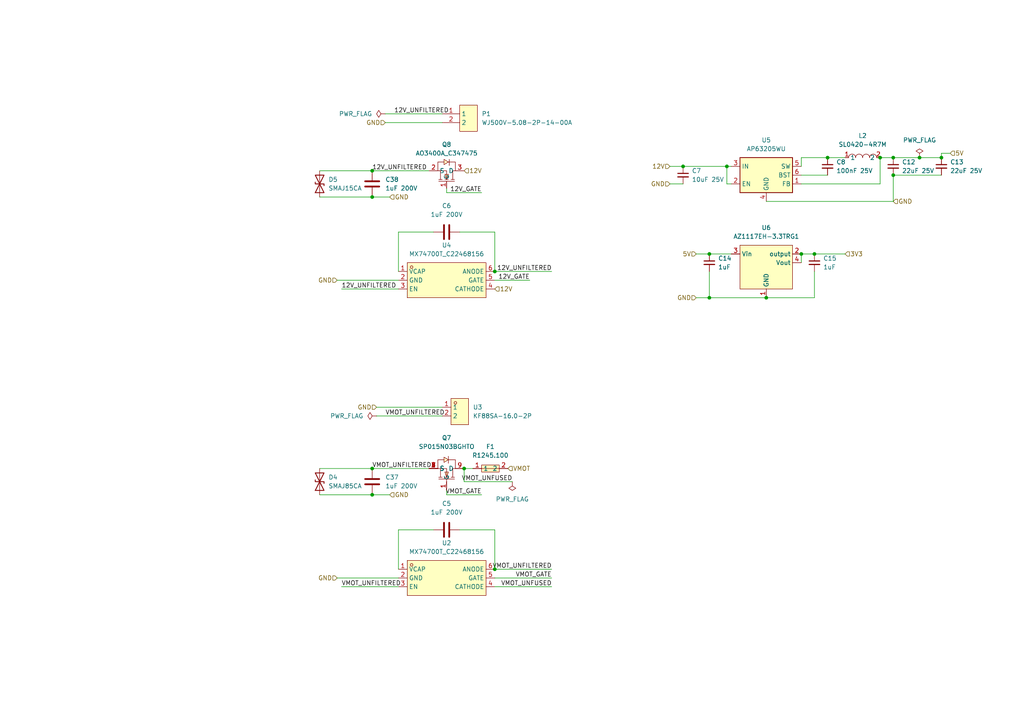
<source format=kicad_sch>
(kicad_sch (version 20250114) (generator "eeschema") (generator_version "9.0")
  (paper "A4")
  (lib_symbols
    (symbol "symbols:AO3400A_C347475"
      (property "Reference" "Q" (at 0 10.16 0))
      (property "Value" "AO3400A_C347475" (at 0 -10.16 0))
      (symbol "AO3400A_C347475_0_1"
        (polyline (pts (xy -3.05 2.29) (xy -3.05 -2.29)))
        (polyline (pts (xy -2.54 2.29) (xy -2.54 1.27)))
        (polyline (pts (xy -2.54 1.78) (xy 0 1.78) (xy 0 2.54) (xy 2.54 2.54) (xy 2.54 0.51)))
        (polyline (pts (xy -2.54 0) (xy -1.02 -0.51) (xy -1.02 0.51) (xy -2.54 0)) (fill (type background)))
        (polyline (pts (xy -2.54 0) (xy 0 0) (xy 0 -2.54) (xy 2.54 -2.54) (xy 2.54 -0.76)))
        (polyline (pts (xy -2.54 -0.51) (xy -2.54 0.51)))
        (polyline (pts (xy -2.54 -2.29) (xy -2.54 -1.27)))
        (polyline (pts (xy 0 -1.78) (xy -2.54 -1.78)))
        (polyline (pts (xy 1.52 0.76) (xy 3.3 0.76)))
        (polyline (pts (xy 2.54 0.51) (xy 1.78 -0.76) (xy 3.3 -0.76) (xy 2.54 0.51)) (fill (type background)))
      )
      (symbol "AO3400A_C347475_1_1"
        (pin input line (at -5.08 0 0) (length 2.032) (name "G") (number "1"))
        (pin passive line (at 0 5.08 270) (length 2.54) (name "D") (number "3"))
        (pin passive line (at 0 -5.08 90) (length 2.54) (name "S") (number "2"))
      )
    )
    (symbol "symbols:AP63205WU"
      (property "Reference" "U" (at -7.62 6.35 0))
      (property "Value" "AP63205WU" (at 2.54 6.35 0))
      (symbol "AP63205WU_0_1"
        (rectangle (start -7.62 5.08) (end 7.62 -5.08) (stroke (width 0.254)) (fill (type background)))
      )
      (symbol "AP63205WU_1_1"
        (pin power_in line (at -10.16 2.54 0) (length 2.54) (name "IN") (number "3"))
        (pin input line (at -10.16 -2.54 0) (length 2.54) (name "EN") (number "2"))
        (pin power_in line (at 0 -7.62 90) (length 2.54) (name "GND") (number "4"))
        (pin output line (at 10.16 2.54 180) (length 2.54) (name "SW") (number "5"))
        (pin passive line (at 10.16 0 180) (length 2.54) (name "BST") (number "6"))
        (pin input line (at 10.16 -2.54 180) (length 2.54) (name "FB") (number "1"))
      )
    )
    (symbol "symbols:AZ1117EH-3.3TRG1"
      (property "Reference" "U" (at 0 10.16 0))
      (property "Value" "AZ1117EH-3.3TRG1" (at 0 -12.7 0))
      (symbol "AZ1117EH-3.3TRG1_0_1"
        (rectangle (start -7.62 7.62) (end 7.62 -5.08) (fill (type background)))
        (pin power_in line (at -10.16 5.08 0) (length 2.54) (name "Vin") (number "3"))
      )
      (symbol "AZ1117EH-3.3TRG1_1_1"
        (pin power_in line (at 0 -7.62 90) (length 2.54) (name "GND") (number "1"))
        (pin passive line (at 10.16 5.08 180) (length 2.54) (name "output") (number "2"))
        (pin power_out line (at 10.16 2.54 180) (length 2.54) (name "Vout") (number "4"))
      )
    )
    (symbol "symbols:C" (pin_numbers (hide yes)) (pin_names (offset 0.254))
      (property "Reference" "C" (at 0.635 2.54 0))
      (property "Value" "C" (at 0.635 -2.54 0))
      (symbol "C_0_1"
        (polyline (pts (xy -2.032 0.762) (xy 2.032 0.762)) (stroke (width 0.508)))
        (polyline (pts (xy -2.032 -0.762) (xy 2.032 -0.762)) (stroke (width 0.508)))
      )
      (symbol "C_1_1"
        (pin passive line (at 0 3.81 270) (length 2.794) (name "~") (number "1"))
        (pin passive line (at 0 -3.81 90) (length 2.794) (name "~") (number "2"))
      )
    )
    (symbol "symbols:C_Small" (pin_numbers (hide yes)) (pin_names (offset 0.254) (hide yes))
      (property "Reference" "C" (at 0.254 1.778 0))
      (property "Value" "C_Small" (at 0.254 -2.032 0))
      (symbol "C_Small_0_1"
        (polyline (pts (xy -1.524 0.508) (xy 1.524 0.508)) (stroke (width 0.3048)))
        (polyline (pts (xy -1.524 -0.508) (xy 1.524 -0.508)) (stroke (width 0.3302)))
      )
      (symbol "C_Small_1_1"
        (pin passive line (at 0 2.54 270) (length 2.032) (name "~") (number "1"))
        (pin passive line (at 0 -2.54 90) (length 2.032) (name "~") (number "2"))
      )
    )
    (symbol "symbols:D_TVS" (pin_numbers (hide yes)) (pin_names (offset 1.016) (hide yes))
      (property "Reference" "D" (at 0 2.54 0))
      (property "Value" "D_TVS" (at 0 -2.54 0))
      (symbol "D_TVS_0_1"
        (polyline (pts (xy -2.54 1.27) (xy -2.54 -1.27) (xy 2.54 1.27) (xy 2.54 -1.27) (xy -2.54 1.27)) (stroke (width 0.254)))
        (polyline (pts (xy 0.508 1.27) (xy 0 1.27) (xy 0 -1.27) (xy -0.508 -1.27)) (stroke (width 0.254)))
        (polyline (pts (xy 1.27 0) (xy -1.27 0)))
      )
      (symbol "D_TVS_1_1"
        (pin passive line (at -3.81 0 0) (length 2.54) (name "A1") (number "1"))
        (pin passive line (at 3.81 0 180) (length 2.54) (name "A2") (number "2"))
      )
    )
    (symbol "symbols:KF88SA-16.0-2P"
      (property "Reference" "U" (at 0 6.35 0))
      (property "Value" "KF88SA-16.0-2P" (at 0 -6.35 0))
      (symbol "KF88SA-16.0-2P_0_1"
        (rectangle (start -2.54 3.81) (end 2.54 -3.81) (fill (type background)))
        (circle (center -1.27 2.54) (radius 0.38))
      )
      (symbol "KF88SA-16.0-2P_1_1"
        (pin passive line (at -5.08 1.27 0) (length 2.54) (name "1") (number "1"))
        (pin passive line (at -5.08 -1.27 0) (length 2.54) (name "2") (number "2"))
      )
    )
    (symbol "symbols:MX74700T_C22468156"
      (property "Reference" "U" (at 0 7.62 0))
      (property "Value" "MX74700T_C22468156" (at 0 -7.62 0))
      (symbol "MX74700T_C22468156_0_1"
        (rectangle (start -11.43 5.08) (end 11.43 -5.08) (fill (type background)))
        (circle (center -10.16 3.81) (radius 0.38))
      )
      (symbol "MX74700T_C22468156_1_1"
        (pin passive line (at -13.97 2.54 0) (length 2.54) (name "VCAP") (number "1"))
        (pin power_in line (at -13.97 0 0) (length 2.54) (name "GND") (number "2"))
        (pin input line (at -13.97 -2.54 0) (length 2.54) (name "EN") (number "3"))
        (pin power_in line (at 13.97 2.54 180) (length 2.54) (name "ANODE") (number "6"))
        (pin output line (at 13.97 0 180) (length 2.54) (name "GATE") (number "5"))
        (pin power_in line (at 13.97 -2.54 180) (length 2.54) (name "CATHODE") (number "4"))
      )
    )
    (symbol "symbols:PWR_FLAG" (power) (pin_numbers (hide yes)) (pin_names (offset 0) (hide yes))
      (property "Value" "PWR_FLAG" (at 0 3.81 0))
      (symbol "PWR_FLAG_0_0"
        (pin power_out line (at 0 0 90) (length 0) (name "~") (number "1"))
      )
      (symbol "PWR_FLAG_0_1"
        (polyline (pts (xy 0 0) (xy 0 1.27) (xy -1.016 1.905) (xy 0 2.54) (xy 1.016 1.905) (xy 0 1.27)))
      )
    )
    (symbol "symbols:R1245.100"
      (property "Reference" "F" (at 0 5.08 0))
      (property "Value" "R1245.100" (at 0 -5.08 0))
      (symbol "R1245.100_0_1"
        (rectangle (start -2.54 1.02) (end 2.54 -1.02) (fill (type background)))
        (polyline (pts (xy -2.54 0) (xy 2.54 0)))
      )
      (symbol "R1245.100_1_1"
        (pin passive line (at -5.08 0 0) (length 2.54) (name "1") (number "1"))
        (pin passive line (at 5.08 0 180) (length 2.54) (name "2") (number "2"))
      )
    )
    (symbol "symbols:SL0420-4R7M"
      (property "Reference" "L" (at 0 5.08 0))
      (property "Value" "SL0420-4R7M" (at 0 -5.08 0))
      (symbol "SL0420-4R7M_0_1"
        (arc (start -4.06 -0.01) (mid -2.83 0.99) (end -2.03 0.01))
        (arc (start -2.03 -0.01) (mid -0.8 0.99) (end 0 0.01))
        (arc (start 0 -0.01) (mid 1.23 0.99) (end 2.03 0.01))
        (arc (start 2.03 -0.01) (mid 3.26 0.99) (end 4.06 0.01))
      )
      (symbol "SL0420-4R7M_1_1"
        (pin passive line (at -5.08 0 0) (length 1.016) (name "1") (number "1"))
        (pin passive line (at 5.08 0 180) (length 1.016) (name "2") (number "2"))
      )
    )
    (symbol "symbols:SP015N03BGHTO"
      (property "Reference" "Q" (at 0 10.16 0))
      (property "Value" "SP015N03BGHTO" (at 0 -10.16 0))
      (symbol "SP015N03BGHTO_0_1"
        (polyline (pts (xy -2.54 0) (xy -0.51 0)))
        (polyline (pts (xy -0.51 2.29) (xy -0.51 -2.29)))
        (polyline (pts (xy 0 2.29) (xy 0 1.27)))
        (polyline (pts (xy 0 1.78) (xy 2.54 1.78) (xy 2.54 2.54) (xy 5.08 2.54) (xy 5.08 0.51)))
        (polyline (pts (xy 0 0) (xy 1.52 -0.51) (xy 1.52 0.51) (xy 0 0)) (fill (type background)))
        (polyline (pts (xy 0 0) (xy 2.54 0) (xy 2.54 -2.54) (xy 5.08 -2.54) (xy 5.08 -0.76)))
        (polyline (pts (xy 0 -0.51) (xy 0 0.51)))
        (polyline (pts (xy 0 -2.29) (xy 0 -1.27)))
        (polyline (pts (xy 2.54 -1.78) (xy 0 -1.78)))
        (polyline (pts (xy 5.08 0.51) (xy 4.32 -0.76) (xy 5.84 -0.76) (xy 5.08 0.51)) (fill (type background)))
        (polyline (pts (xy 6.1 0.51) (xy 5.59 0.51) (xy 4.57 0.51) (xy 4.06 0.51)))
        (pin passive line (at 2.54 -5.08 90) (length 2.54) (name "S") (number "3"))
        (pin passive line (at 2.54 -5.08 90) (length 2.54) (name "S") (number "4"))
        (pin passive line (at 2.54 -5.08 90) (length 2.54) (name "S") (number "5"))
        (pin passive line (at 2.54 -5.08 90) (length 2.54) (name "S") (number "6"))
        (pin passive line (at 2.54 -5.08 90) (length 2.54) (name "S") (number "7"))
        (pin passive line (at 2.54 -5.08 90) (length 2.54) (name "S") (number "8"))
      )
      (symbol "SP015N03BGHTO_1_1"
        (pin input line (at -3.81 0 0) (length 2.54) (name "G") (number "1"))
        (pin passive line (at 2.54 5.08 270) (length 2.54) (name "D") (number "9"))
        (pin passive line (at 2.54 -5.08 90) (length 2.54) (name "S") (number "2"))
      )
    )
    (symbol "symbols:WJ500V-5.08-2P-14-00A"
      (property "Reference" "P" (at 0 0 0))
      (property "Value" "WJ500V-5.08-2P-14-00A" (at 0 -10.16 0))
      (symbol "WJ500V-5.08-2P-14-00A_0_1"
        (rectangle (start -3.81 5.08) (end 3.81 0) (fill (type background)))
      )
      (symbol "WJ500V-5.08-2P-14-00A_1_1"
        (pin passive line (at -1.27 -5.08 90) (length 5.08) (name "1") (number "1"))
        (pin passive line (at 1.27 -5.08 90) (length 5.08) (name "2") (number "2"))
      )
    )
  )
  (junction (at 210.82 48.26))
  (junction (at 259.08 50.8))
  (junction (at 205.74 73.66))
  (junction (at 198.12 48.26))
  (junction (at 205.74 86.36))
  (junction (at 143.51 78.74))
  (junction (at 232.41 73.66))
  (junction (at 259.08 45.72))
  (junction (at 273.05 45.72))
  (junction (at 222.25 86.36))
  (junction (at 255.27 45.72))
  (junction (at 236.22 73.66))
  (junction (at 134.62 135.89))
  (junction (at 143.51 165.1))
  (junction (at 107.95 49.53))
  (junction (at 107.95 143.51))
  (junction (at 266.7 45.72))
  (junction (at 240.03 45.72))
  (junction (at 107.95 135.89))
  (junction (at 107.95 57.15))
  (wire (pts (xy 115.57 67.31) (xy 115.57 78.74)))
  (wire (pts (xy 205.74 86.36) (xy 222.25 86.36)))
  (wire (pts (xy 99.06 83.82) (xy 115.57 83.82)))
  (wire (pts (xy 232.41 73.66) (xy 236.22 73.66)))
  (wire (pts (xy 109.22 120.65) (xy 128.27 120.65)))
  (wire (pts (xy 255.27 53.34) (xy 232.41 53.34)))
  (wire (pts (xy 210.82 48.26) (xy 212.09 48.26)))
  (wire (pts (xy 107.95 57.15) (xy 113.03 57.15)))
  (wire (pts (xy 143.51 81.28) (xy 153.67 81.28)))
  (wire (pts (xy 139.7 55.88) (xy 129.54 55.88)))
  (wire (pts (xy 139.7 143.51) (xy 129.54 143.51)))
  (wire (pts (xy 232.41 73.66) (xy 232.41 76.2)))
  (wire (pts (xy 240.03 45.72) (xy 232.41 45.72)))
  (wire (pts (xy 236.22 73.66) (xy 245.11 73.66)))
  (wire (pts (xy 134.62 135.89) (xy 137.16 135.89)))
  (wire (pts (xy 129.54 55.88) (xy 129.54 54.61)))
  (wire (pts (xy 143.51 165.1) (xy 160.02 165.1)))
  (wire (pts (xy 99.06 170.18) (xy 115.57 170.18)))
  (wire (pts (xy 194.31 48.26) (xy 198.12 48.26)))
  (wire (pts (xy 259.08 45.72) (xy 266.7 45.72)))
  (wire (pts (xy 201.93 86.36) (xy 205.74 86.36)))
  (wire (pts (xy 143.51 67.31) (xy 143.51 78.74)))
  (wire (pts (xy 92.71 135.89) (xy 107.95 135.89)))
  (wire (pts (xy 210.82 53.34) (xy 210.82 48.26)))
  (wire (pts (xy 236.22 86.36) (xy 222.25 86.36)))
  (wire (pts (xy 259.08 58.42) (xy 259.08 50.8)))
  (wire (pts (xy 124.46 49.53) (xy 107.95 49.53)))
  (wire (pts (xy 143.51 78.74) (xy 160.02 78.74)))
  (wire (pts (xy 201.93 73.66) (xy 205.74 73.66)))
  (wire (pts (xy 259.08 50.8) (xy 273.05 50.8)))
  (wire (pts (xy 143.51 167.64) (xy 160.02 167.64)))
  (wire (pts (xy 205.74 73.66) (xy 212.09 73.66)))
  (wire (pts (xy 222.25 58.42) (xy 259.08 58.42)))
  (wire (pts (xy 255.27 45.72) (xy 255.27 53.34)))
  (wire (pts (xy 111.76 33.02) (xy 128.27 33.02)))
  (wire (pts (xy 143.51 170.18) (xy 160.02 170.18)))
  (wire (pts (xy 92.71 143.51) (xy 107.95 143.51)))
  (wire (pts (xy 236.22 78.74) (xy 236.22 86.36)))
  (wire (pts (xy 134.62 139.7) (xy 134.62 135.89)))
  (wire (pts (xy 109.22 118.11) (xy 128.27 118.11)))
  (wire (pts (xy 212.09 53.34) (xy 210.82 53.34)))
  (wire (pts (xy 240.03 45.72) (xy 245.11 45.72)))
  (wire (pts (xy 273.05 44.45) (xy 273.05 45.72)))
  (wire (pts (xy 111.76 35.56) (xy 128.27 35.56)))
  (wire (pts (xy 92.71 57.15) (xy 107.95 57.15)))
  (wire (pts (xy 97.79 167.64) (xy 115.57 167.64)))
  (wire (pts (xy 129.54 143.51) (xy 129.54 142.24)))
  (wire (pts (xy 148.59 139.7) (xy 134.62 139.7)))
  (wire (pts (xy 115.57 153.67) (xy 115.57 165.1)))
  (wire (pts (xy 125.73 153.67) (xy 115.57 153.67)))
  (wire (pts (xy 133.35 67.31) (xy 143.51 67.31)))
  (wire (pts (xy 255.27 45.72) (xy 259.08 45.72)))
  (wire (pts (xy 124.46 135.89) (xy 107.95 135.89)))
  (wire (pts (xy 232.41 50.8) (xy 240.03 50.8)))
  (wire (pts (xy 143.51 153.67) (xy 143.51 165.1)))
  (wire (pts (xy 232.41 45.72) (xy 232.41 48.26)))
  (wire (pts (xy 194.31 53.34) (xy 198.12 53.34)))
  (wire (pts (xy 275.59 44.45) (xy 273.05 44.45)))
  (wire (pts (xy 205.74 78.74) (xy 205.74 86.36)))
  (wire (pts (xy 92.71 49.53) (xy 107.95 49.53)))
  (wire (pts (xy 125.73 67.31) (xy 115.57 67.31)))
  (wire (pts (xy 198.12 48.26) (xy 210.82 48.26)))
  (wire (pts (xy 97.79 81.28) (xy 115.57 81.28)))
  (wire (pts (xy 133.35 153.67) (xy 143.51 153.67)))
  (wire (pts (xy 266.7 45.72) (xy 273.05 45.72)))
  (wire (pts (xy 107.95 143.51) (xy 113.03 143.51)))
  (label "VMOT_GATE" (at 139.7 143.51 180))
  (label "12V_GATE" (at 139.7 55.88 180))
  (label "VMOT_UNFUSED" (at 160.02 170.18 180))
  (label "VMOT_GATE" (at 160.02 167.64 180))
  (label "VMOT_UNFILTERED" (at 107.95 135.89 0))
  (label "12V_UNFILTERED" (at 99.06 83.82 0))
  (label "12V_UNFILTERED" (at 160.02 78.74 180))
  (label "12V_UNFILTERED" (at 114.3 33.02 0))
  (label "VMOT_UNFILTERED" (at 99.06 170.18 0))
  (label "VMOT_UNFILTERED" (at 160.02 165.1 180))
  (label "12V_UNFILTERED" (at 107.95 49.53 0))
  (label "12V_GATE" (at 153.67 81.28 180))
  (label "VMOT_UNFILTERED" (at 111.76 120.65 0))
  (label "VMOT_UNFUSED" (at 148.59 139.7 180))
  (hierarchical_label "VMOT" (shape input) (at 147.32 135.89 0))
  (hierarchical_label "GND" (shape input) (at 111.76 35.56 180))
  (hierarchical_label "GND" (shape input) (at 201.93 86.36 180))
  (hierarchical_label "12V" (shape input) (at 134.62 49.53 0))
  (hierarchical_label "GND" (shape input) (at 113.03 143.51 0))
  (hierarchical_label "12V" (shape input) (at 143.51 83.82 0))
  (hierarchical_label "5V" (shape input) (at 201.93 73.66 180))
  (hierarchical_label "GND" (shape input) (at 97.79 167.64 180))
  (hierarchical_label "GND" (shape input) (at 113.03 57.15 0))
  (hierarchical_label "GND" (shape input) (at 194.31 53.34 180))
  (hierarchical_label "GND" (shape input) (at 259.08 58.42 0))
  (hierarchical_label "GND" (shape input) (at 97.79 81.28 180))
  (hierarchical_label "3V3" (shape input) (at 245.11 73.66 0))
  (hierarchical_label "GND" (shape input) (at 109.22 118.11 180))
  (hierarchical_label "5V" (shape input) (at 275.59 44.45 0))
  (hierarchical_label "12V" (shape input) (at 194.31 48.26 180))
  (symbol (lib_id "symbols:SP015N03BGHTO") (at 129.54 138.43 270) (mirror x) (unit 1)
    (property "Reference" "Q7" (at 129.54 127 90))
    (property "Value" "SP015N03BGHTO" (at 129.54 129.54 90))
    (property "Footprint" "EasyEDA:TOLL-8_L10.4-W9.9-P1.20-LS11.7-BL" (effects (hide yes)))
    (property "LCSC Part" "C22385354" (effects (hide yes)))
  )
  (symbol (lib_id "symbols:C_Small") (at 198.12 50.8 0) (unit 1)
    (property "Reference" "C7" (at 200.66 49.5363 0) (effects (justify left)))
    (property "Value" "10uF 25V" (at 200.66 52.0763 0) (effects (justify left)))
    (property "Footprint" "Capacitor_SMD:C_0603_1608Metric" (effects (hide yes)))
    (property "Description" "Unpolarized capacitor, small symbol" (effects (hide yes)))
  )
  (symbol (lib_id "symbols:MX74700T_C22468156") (at 129.54 81.28 0) (unit 1)
    (property "Reference" "U4" (at 129.54 71.12 0))
    (property "Value" "MX74700T_C22468156" (at 129.54 73.66 0))
    (property "Footprint" "EasyEDA:SOT-23-6_L2.9-W1.6-P0.95-LS2.9-BL" (effects (hide yes)))
    (property "LCSC Part" "C22468156" (effects (hide yes)))
  )
  (symbol (lib_id "symbols:KF88SA-16.0-2P") (at 133.35 119.38 0) (unit 1)
    (property "Reference" "U3" (at 137.16 118.11 0) (effects (justify left)))
    (property "Value" "KF88SA-16.0-2P" (at 137.16 120.65 0) (effects (justify left)))
    (property "Footprint" "EasyEDA:CONN-TH_KF88SA-16.0-2P" (effects (hide yes)))
    (property "Datasheet" "https://lcsc.com/product-detail/Barrier-Terminal-Blocks_Cixi-Kefa-Elec-KF88SA-16-0-2P_C707749.html" (effects (hide yes)))
    (property "LCSC Part" "C707749" (effects (hide yes)))
  )
  (symbol (lib_id "symbols:R1245.100") (at 142.24 135.89 0) (unit 1)
    (property "Reference" "F1" (at 142.24 129.54 0))
    (property "Value" "R1245.100" (at 142.24 132.08 0))
    (property "Footprint" "EasyEDA:FUSE-SMD_L12.5-W4.5" (effects (hide yes)))
    (property "LCSC Part" "C2762493" (effects (hide yes)))
  )
  (symbol (lib_id "symbols:C_Small") (at 205.74 76.2 0) (unit 1)
    (property "Reference" "C14" (at 208.28 74.9363 0) (effects (justify left)))
    (property "Value" "1uF" (at 208.28 77.4763 0) (effects (justify left)))
    (property "Footprint" "Capacitor_SMD:C_0603_1608Metric" (effects (hide yes)))
    (property "Description" "Unpolarized capacitor, small symbol" (effects (hide yes)))
  )
  (symbol (lib_id "symbols:C") (at 107.95 139.7 0) (unit 1)
    (property "Reference" "C37" (at 111.76 138.43 0) (effects (justify left)))
    (property "Value" "1uF 200V" (at 111.76 140.97 0) (effects (justify left)))
    (property "Footprint" "Capacitor_SMD:C_1812_4532Metric" (effects (hide yes)))
    (property "Description" "Unpolarized capacitor" (effects (hide yes)))
  )
  (symbol (lib_id "symbols:C_Small") (at 273.05 48.26 0) (unit 1)
    (property "Reference" "C13" (at 275.59 46.9963 0) (effects (justify left)))
    (property "Value" "22uF 25V" (at 275.59 49.5363 0) (effects (justify left)))
    (property "Footprint" "Capacitor_SMD:C_0805_2012Metric" (effects (hide yes)))
    (property "Description" "Unpolarized capacitor, small symbol" (effects (hide yes)))
  )
  (symbol (lib_id "symbols:C") (at 129.54 67.31 270) (unit 1)
    (property "Reference" "C6" (at 129.54 59.69 90))
    (property "Value" "1uF 200V" (at 129.54 62.23 90))
    (property "Footprint" "Capacitor_SMD:C_1812_4532Metric" (effects (hide yes)))
    (property "Description" "Unpolarized capacitor" (effects (hide yes)))
  )
  (symbol (lib_id "symbols:D_TVS") (at 92.71 53.34 90) (unit 1)
    (property "Reference" "D5" (at 95.25 52.07 90) (effects (justify right)))
    (property "Value" "SMAJ15CA" (at 95.25 54.61 90) (effects (justify right)))
    (property "Footprint" "Diode_SMD:D_SMA" (effects (hide yes)))
    (property "Description" "Bidirectional transient-voltage-suppression diode" (effects (hide yes)))
  )
  (symbol (lib_id "symbols:C_Small") (at 240.03 48.26 0) (unit 1)
    (property "Reference" "C8" (at 242.57 46.9963 0) (effects (justify left)))
    (property "Value" "100nF 25V" (at 242.57 49.5363 0) (effects (justify left)))
    (property "Footprint" "Capacitor_SMD:C_0603_1608Metric" (effects (hide yes)))
    (property "Description" "Unpolarized capacitor, small symbol" (effects (hide yes)))
  )
  (symbol (lib_id "symbols:C") (at 107.95 53.34 0) (unit 1)
    (property "Reference" "C38" (at 111.76 52.07 0) (effects (justify left)))
    (property "Value" "1uF 200V" (at 111.76 54.61 0) (effects (justify left)))
    (property "Footprint" "Capacitor_SMD:C_1812_4532Metric" (effects (hide yes)))
    (property "Description" "Unpolarized capacitor" (effects (hide yes)))
  )
  (symbol (lib_id "symbols:PWR_FLAG") (at 109.22 120.65 90) (unit 1)
    (property "Reference" "#FLG08" (effects (hide yes)))
    (property "Value" "PWR_FLAG" (at 105.41 120.65 90) (effects (justify left)))
    (property "Description" "Special symbol for telling ERC where power comes from" (effects (hide yes)))
  )
  (symbol (lib_id "symbols:D_TVS") (at 92.71 139.7 90) (unit 1)
    (property "Reference" "D4" (at 95.25 138.43 90) (effects (justify right)))
    (property "Value" "SMAJ85CA" (at 95.25 140.97 90) (effects (justify right)))
    (property "Footprint" "Diode_SMD:D_SMA" (effects (hide yes)))
    (property "Description" "Bidirectional transient-voltage-suppression diode" (effects (hide yes)))
  )
  (symbol (lib_id "symbols:C_Small") (at 259.08 48.26 0) (unit 1)
    (property "Reference" "C12" (at 261.62 46.9963 0) (effects (justify left)))
    (property "Value" "22uF 25V" (at 261.62 49.5363 0) (effects (justify left)))
    (property "Footprint" "Capacitor_SMD:C_0805_2012Metric" (effects (hide yes)))
    (property "Description" "Unpolarized capacitor, small symbol" (effects (hide yes)))
  )
  (symbol (lib_id "symbols:PWR_FLAG") (at 266.7 45.72 0) (unit 1)
    (property "Reference" "#FLG03" (effects (hide yes)))
    (property "Value" "PWR_FLAG" (at 266.7 40.64 0))
    (property "Description" "Special symbol for telling ERC where power comes from" (effects (hide yes)))
  )
  (symbol (lib_id "symbols:PWR_FLAG") (at 111.76 33.02 90) (unit 1)
    (property "Reference" "#FLG07" (effects (hide yes)))
    (property "Value" "PWR_FLAG" (at 107.95 33.02 90) (effects (justify left)))
    (property "Description" "Special symbol for telling ERC where power comes from" (effects (hide yes)))
  )
  (symbol (lib_id "symbols:AP63205WU") (at 222.25 50.8 0) (unit 1)
    (property "Reference" "U5" (at 222.25 40.64 0))
    (property "Value" "AP63205WU" (at 222.25 43.18 0))
    (property "Footprint" "Package_TO_SOT_SMD:TSOT-23-6" (effects (hide yes)))
    (property "Datasheet" "https://www.diodes.com/assets/Datasheets/AP63200-AP63201-AP63203-AP63205.pdf" (effects (hide yes)))
    (property "Description" "2A, 1.1MHz Buck DC/DC Converter, fixed 5.0V output voltage, TSOT-23-6" (effects (hide yes)))
  )
  (symbol (lib_id "symbols:SL0420-4R7M") (at 250.19 45.72 0) (unit 1)
    (property "Reference" "L2" (at 250.19 39.37 0))
    (property "Value" "SL0420-4R7M" (at 250.19 41.91 0))
    (property "Footprint" "EasyEDA:IND-SMD_L4.5-W4.1_IHLP" (effects (hide yes)))
    (property "LCSC Part" "C22463808" (effects (hide yes)))
  )
  (symbol (lib_id "symbols:AO3400A_C347475") (at 129.54 49.53 270) (mirror x) (unit 1)
    (property "Reference" "Q8" (at 129.54 41.91 90))
    (property "Value" "AO3400A_C347475" (at 129.54 44.45 90))
    (property "Footprint" "EasyEDA:SOT-23-3_L2.9-W1.3-P1.90-LS2.4-BR" (effects (hide yes)))
    (property "Datasheet" "https://lcsc.com/product-detail/Others_Youtai-Semiconductor-Co-Ltd-AO3400A-5-8A_C347475.html" (effects (hide yes)))
    (property "LCSC Part" "C347475" (effects (hide yes)))
  )
  (symbol (lib_id "symbols:WJ500V-5.08-2P-14-00A") (at 133.35 34.29 270) (unit 1)
    (property "Reference" "P1" (at 139.7 33.02 90) (effects (justify left)))
    (property "Value" "WJ500V-5.08-2P-14-00A" (at 139.7 35.56 90) (effects (justify left)))
    (property "Footprint" "EasyEDA:CONN-TH_2P-P5.00_WJ500V-5.08-2P" (effects (hide yes)))
    (property "Datasheet" "https://lcsc.com/product-detail/Terminal-Blocks_WJ500V-5-08-2P_C8465.html" (effects (hide yes)))
    (property "LCSC Part" "C8465" (effects (hide yes)))
  )
  (symbol (lib_id "symbols:C_Small") (at 236.22 76.2 0) (unit 1)
    (property "Reference" "C15" (at 238.76 74.9363 0) (effects (justify left)))
    (property "Value" "1uF" (at 238.76 77.4763 0) (effects (justify left)))
    (property "Footprint" "Capacitor_SMD:C_0603_1608Metric" (effects (hide yes)))
    (property "Description" "Unpolarized capacitor, small symbol" (effects (hide yes)))
  )
  (symbol (lib_id "symbols:AZ1117EH-3.3TRG1") (at 222.25 78.74 0) (unit 1)
    (property "Reference" "U6" (at 222.25 66.04 0))
    (property "Value" "AZ1117EH-3.3TRG1" (at 222.25 68.58 0))
    (property "Footprint" "EasyEDA:SOT-223_L6.5-W3.5-P2.30-LS7.0-BR" (effects (hide yes)))
    (property "Datasheet" "https://lcsc.com/product-detail/Low-Dropout-Regulators-LDO_DIODES_AZ1117EH-3-3TRG1_AZ1117EH-3-3TRG1_C108494.html" (effects (hide yes)))
    (property "LCSC Part" "C108494" (effects (hide yes)))
  )
  (symbol (lib_id "symbols:PWR_FLAG") (at 148.59 139.7 180) (unit 1)
    (property "Reference" "#FLG04" (effects (hide yes)))
    (property "Value" "PWR_FLAG" (at 148.59 144.78 0))
    (property "Description" "Special symbol for telling ERC where power comes from" (effects (hide yes)))
  )
  (symbol (lib_id "symbols:C") (at 129.54 153.67 270) (unit 1)
    (property "Reference" "C5" (at 129.54 146.05 90))
    (property "Value" "1uF 200V" (at 129.54 148.59 90))
    (property "Footprint" "Capacitor_SMD:C_1812_4532Metric" (effects (hide yes)))
    (property "Description" "Unpolarized capacitor" (effects (hide yes)))
  )
  (symbol (lib_id "symbols:MX74700T_C22468156") (at 129.54 167.64 0) (unit 1)
    (property "Reference" "U2" (at 129.54 157.48 0))
    (property "Value" "MX74700T_C22468156" (at 129.54 160.02 0))
    (property "Footprint" "EasyEDA:SOT-23-6_L2.9-W1.6-P0.95-LS2.9-BL" (effects (hide yes)))
    (property "LCSC Part" "C22468156" (effects (hide yes)))
  )
)
</source>
